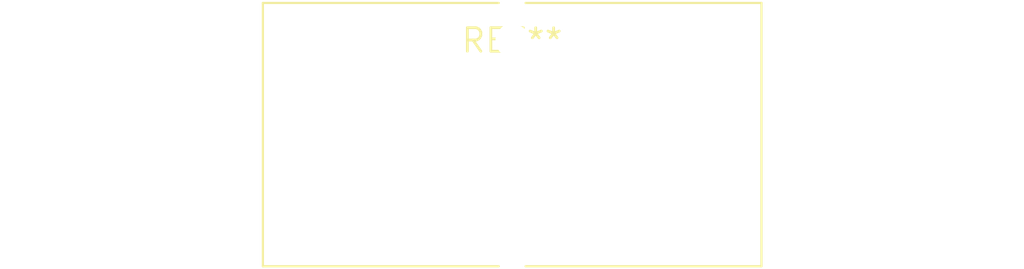
<source format=kicad_pcb>
(kicad_pcb (version 20240108) (generator pcbnew)
  (layers (0 "F.Cu" signal) (31 "B.Cu" signal) (34 "B.Paste" user) (35 "F.Paste" user) (36 "B.SilkS" user "B.Silkscreen") (37 "F.SilkS" user "F.Silkscreen") (38 "B.Mask" user) (39 "F.Mask" user) (44 "Edge.Cuts" user))
  (net 0 "")
  (footprint "L_Toroid_Vertical_L26.7mm_W14.0mm_P10.16mm_Pulse_D" (layer "F.Cu") (at 0 0)
    (property "Reference" "REF**")
    (property "Value" "L_Toroid_Vertical_L26.7mm_W14.0mm_P10.16mm_Pulse_D")
    (fp_line (start -13.455 -2.025) (end -13.455 12.185) (layer "F.SilkS") (stroke (width 0.12)))
    (fp_line (start -13.455 -2.025) (end -0.725 -2.025) (layer "F.SilkS") (stroke (width 0.12)))
    (fp_line (start -13.455 12.185) (end -0.725 12.185) (layer "F.SilkS") (stroke (width 0.12)))
    (fp_line (start 0.725 -2.025) (end 13.455 -2.025) (layer "F.SilkS") (stroke (width 0.12)))
    (fp_line (start 0.725 12.185) (end 13.455 12.185) (layer "F.SilkS") (stroke (width 0.12)))
    (fp_line (start 13.455 -2.025) (end 13.455 12.185) (layer "F.SilkS") (stroke (width 0.12)))
    (pad "1" thru_hole circle (at 0 0) (size 3.6 3.6) (drill 1.8) (layers *.Cu *.Mask) (remove_unused_layers))
    (pad "2" thru_hole circle (at 0 10.16) (size 3.6 3.6) (drill 1.8) (layers *.Cu *.Mask) (remove_unused_layers))
  )
)
</source>
